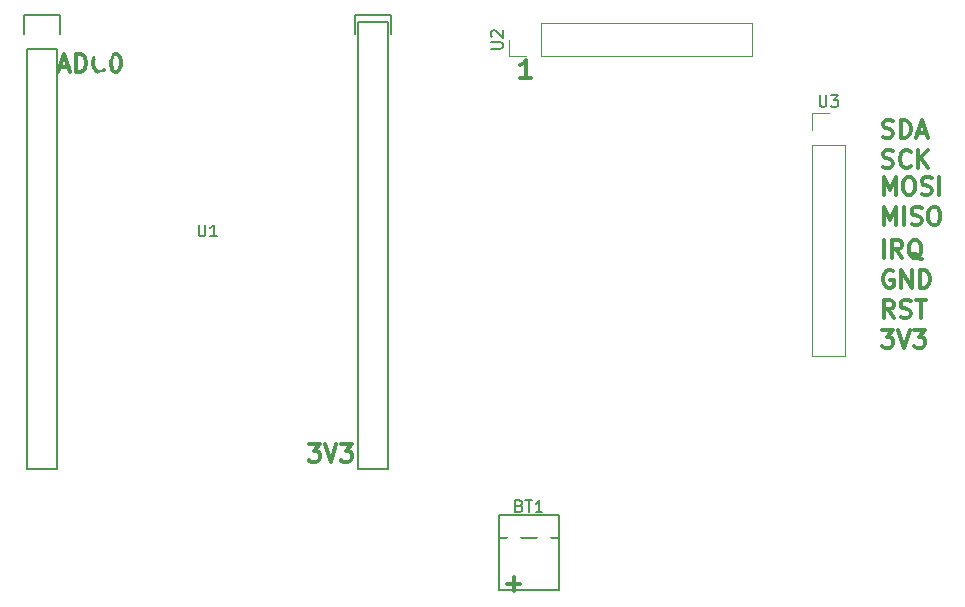
<source format=gto>
G04 #@! TF.FileFunction,Legend,Top*
%FSLAX46Y46*%
G04 Gerber Fmt 4.6, Leading zero omitted, Abs format (unit mm)*
G04 Created by KiCad (PCBNEW 4.0.4+e1-6308~48~ubuntu16.04.1-stable) date Mon Jan  2 11:44:22 2017*
%MOMM*%
%LPD*%
G01*
G04 APERTURE LIST*
%ADD10C,0.100000*%
%ADD11C,0.300000*%
%ADD12C,0.150000*%
%ADD13C,0.120000*%
%ADD14O,2.032000X1.727200*%
%ADD15R,2.032000X1.727200*%
%ADD16O,1.506220X3.014980*%
%ADD17R,1.700000X1.700000*%
%ADD18O,1.700000X1.700000*%
G04 APERTURE END LIST*
D10*
D11*
X147002572Y-89007143D02*
X148145429Y-89007143D01*
X147574000Y-89578571D02*
X147574000Y-88435714D01*
X149018572Y-46144571D02*
X148161429Y-46144571D01*
X148590001Y-46144571D02*
X148590001Y-44644571D01*
X148447144Y-44858857D01*
X148304286Y-45001714D01*
X148161429Y-45073143D01*
X130222858Y-77156571D02*
X131151429Y-77156571D01*
X130651429Y-77728000D01*
X130865715Y-77728000D01*
X131008572Y-77799429D01*
X131080001Y-77870857D01*
X131151429Y-78013714D01*
X131151429Y-78370857D01*
X131080001Y-78513714D01*
X131008572Y-78585143D01*
X130865715Y-78656571D01*
X130437143Y-78656571D01*
X130294286Y-78585143D01*
X130222858Y-78513714D01*
X131580000Y-77156571D02*
X132080000Y-78656571D01*
X132580000Y-77156571D01*
X132937143Y-77156571D02*
X133865714Y-77156571D01*
X133365714Y-77728000D01*
X133580000Y-77728000D01*
X133722857Y-77799429D01*
X133794286Y-77870857D01*
X133865714Y-78013714D01*
X133865714Y-78370857D01*
X133794286Y-78513714D01*
X133722857Y-78585143D01*
X133580000Y-78656571D01*
X133151428Y-78656571D01*
X133008571Y-78585143D01*
X132937143Y-78513714D01*
X109188572Y-45208000D02*
X109902858Y-45208000D01*
X109045715Y-45636571D02*
X109545715Y-44136571D01*
X110045715Y-45636571D01*
X110545715Y-45636571D02*
X110545715Y-44136571D01*
X110902858Y-44136571D01*
X111117143Y-44208000D01*
X111260001Y-44350857D01*
X111331429Y-44493714D01*
X111402858Y-44779429D01*
X111402858Y-44993714D01*
X111331429Y-45279429D01*
X111260001Y-45422286D01*
X111117143Y-45565143D01*
X110902858Y-45636571D01*
X110545715Y-45636571D01*
X112902858Y-45493714D02*
X112831429Y-45565143D01*
X112617143Y-45636571D01*
X112474286Y-45636571D01*
X112260001Y-45565143D01*
X112117143Y-45422286D01*
X112045715Y-45279429D01*
X111974286Y-44993714D01*
X111974286Y-44779429D01*
X112045715Y-44493714D01*
X112117143Y-44350857D01*
X112260001Y-44208000D01*
X112474286Y-44136571D01*
X112617143Y-44136571D01*
X112831429Y-44208000D01*
X112902858Y-44279429D01*
X113831429Y-44136571D02*
X113974286Y-44136571D01*
X114117143Y-44208000D01*
X114188572Y-44279429D01*
X114260001Y-44422286D01*
X114331429Y-44708000D01*
X114331429Y-45065143D01*
X114260001Y-45350857D01*
X114188572Y-45493714D01*
X114117143Y-45565143D01*
X113974286Y-45636571D01*
X113831429Y-45636571D01*
X113688572Y-45565143D01*
X113617143Y-45493714D01*
X113545715Y-45350857D01*
X113474286Y-45065143D01*
X113474286Y-44708000D01*
X113545715Y-44422286D01*
X113617143Y-44279429D01*
X113688572Y-44208000D01*
X113831429Y-44136571D01*
X178776286Y-67504571D02*
X179704857Y-67504571D01*
X179204857Y-68076000D01*
X179419143Y-68076000D01*
X179562000Y-68147429D01*
X179633429Y-68218857D01*
X179704857Y-68361714D01*
X179704857Y-68718857D01*
X179633429Y-68861714D01*
X179562000Y-68933143D01*
X179419143Y-69004571D01*
X178990571Y-69004571D01*
X178847714Y-68933143D01*
X178776286Y-68861714D01*
X180133428Y-67504571D02*
X180633428Y-69004571D01*
X181133428Y-67504571D01*
X181490571Y-67504571D02*
X182419142Y-67504571D01*
X181919142Y-68076000D01*
X182133428Y-68076000D01*
X182276285Y-68147429D01*
X182347714Y-68218857D01*
X182419142Y-68361714D01*
X182419142Y-68718857D01*
X182347714Y-68861714D01*
X182276285Y-68933143D01*
X182133428Y-69004571D01*
X181704856Y-69004571D01*
X181561999Y-68933143D01*
X181490571Y-68861714D01*
X179776286Y-66464571D02*
X179276286Y-65750286D01*
X178919143Y-66464571D02*
X178919143Y-64964571D01*
X179490571Y-64964571D01*
X179633429Y-65036000D01*
X179704857Y-65107429D01*
X179776286Y-65250286D01*
X179776286Y-65464571D01*
X179704857Y-65607429D01*
X179633429Y-65678857D01*
X179490571Y-65750286D01*
X178919143Y-65750286D01*
X180347714Y-66393143D02*
X180562000Y-66464571D01*
X180919143Y-66464571D01*
X181062000Y-66393143D01*
X181133429Y-66321714D01*
X181204857Y-66178857D01*
X181204857Y-66036000D01*
X181133429Y-65893143D01*
X181062000Y-65821714D01*
X180919143Y-65750286D01*
X180633429Y-65678857D01*
X180490571Y-65607429D01*
X180419143Y-65536000D01*
X180347714Y-65393143D01*
X180347714Y-65250286D01*
X180419143Y-65107429D01*
X180490571Y-65036000D01*
X180633429Y-64964571D01*
X180990571Y-64964571D01*
X181204857Y-65036000D01*
X181633428Y-64964571D02*
X182490571Y-64964571D01*
X182062000Y-66464571D02*
X182062000Y-64964571D01*
X179704857Y-62496000D02*
X179562000Y-62424571D01*
X179347714Y-62424571D01*
X179133429Y-62496000D01*
X178990571Y-62638857D01*
X178919143Y-62781714D01*
X178847714Y-63067429D01*
X178847714Y-63281714D01*
X178919143Y-63567429D01*
X178990571Y-63710286D01*
X179133429Y-63853143D01*
X179347714Y-63924571D01*
X179490571Y-63924571D01*
X179704857Y-63853143D01*
X179776286Y-63781714D01*
X179776286Y-63281714D01*
X179490571Y-63281714D01*
X180419143Y-63924571D02*
X180419143Y-62424571D01*
X181276286Y-63924571D01*
X181276286Y-62424571D01*
X181990572Y-63924571D02*
X181990572Y-62424571D01*
X182347715Y-62424571D01*
X182562000Y-62496000D01*
X182704858Y-62638857D01*
X182776286Y-62781714D01*
X182847715Y-63067429D01*
X182847715Y-63281714D01*
X182776286Y-63567429D01*
X182704858Y-63710286D01*
X182562000Y-63853143D01*
X182347715Y-63924571D01*
X181990572Y-63924571D01*
X178919143Y-61384571D02*
X178919143Y-59884571D01*
X180490572Y-61384571D02*
X179990572Y-60670286D01*
X179633429Y-61384571D02*
X179633429Y-59884571D01*
X180204857Y-59884571D01*
X180347715Y-59956000D01*
X180419143Y-60027429D01*
X180490572Y-60170286D01*
X180490572Y-60384571D01*
X180419143Y-60527429D01*
X180347715Y-60598857D01*
X180204857Y-60670286D01*
X179633429Y-60670286D01*
X182133429Y-61527429D02*
X181990572Y-61456000D01*
X181847715Y-61313143D01*
X181633429Y-61098857D01*
X181490572Y-61027429D01*
X181347715Y-61027429D01*
X181419143Y-61384571D02*
X181276286Y-61313143D01*
X181133429Y-61170286D01*
X181062000Y-60884571D01*
X181062000Y-60384571D01*
X181133429Y-60098857D01*
X181276286Y-59956000D01*
X181419143Y-59884571D01*
X181704857Y-59884571D01*
X181847715Y-59956000D01*
X181990572Y-60098857D01*
X182062000Y-60384571D01*
X182062000Y-60884571D01*
X181990572Y-61170286D01*
X181847715Y-61313143D01*
X181704857Y-61384571D01*
X181419143Y-61384571D01*
X178919143Y-58590571D02*
X178919143Y-57090571D01*
X179419143Y-58162000D01*
X179919143Y-57090571D01*
X179919143Y-58590571D01*
X180633429Y-58590571D02*
X180633429Y-57090571D01*
X181276286Y-58519143D02*
X181490572Y-58590571D01*
X181847715Y-58590571D01*
X181990572Y-58519143D01*
X182062001Y-58447714D01*
X182133429Y-58304857D01*
X182133429Y-58162000D01*
X182062001Y-58019143D01*
X181990572Y-57947714D01*
X181847715Y-57876286D01*
X181562001Y-57804857D01*
X181419143Y-57733429D01*
X181347715Y-57662000D01*
X181276286Y-57519143D01*
X181276286Y-57376286D01*
X181347715Y-57233429D01*
X181419143Y-57162000D01*
X181562001Y-57090571D01*
X181919143Y-57090571D01*
X182133429Y-57162000D01*
X183062000Y-57090571D02*
X183347714Y-57090571D01*
X183490572Y-57162000D01*
X183633429Y-57304857D01*
X183704857Y-57590571D01*
X183704857Y-58090571D01*
X183633429Y-58376286D01*
X183490572Y-58519143D01*
X183347714Y-58590571D01*
X183062000Y-58590571D01*
X182919143Y-58519143D01*
X182776286Y-58376286D01*
X182704857Y-58090571D01*
X182704857Y-57590571D01*
X182776286Y-57304857D01*
X182919143Y-57162000D01*
X183062000Y-57090571D01*
X178919143Y-56050571D02*
X178919143Y-54550571D01*
X179419143Y-55622000D01*
X179919143Y-54550571D01*
X179919143Y-56050571D01*
X180919143Y-54550571D02*
X181204857Y-54550571D01*
X181347715Y-54622000D01*
X181490572Y-54764857D01*
X181562000Y-55050571D01*
X181562000Y-55550571D01*
X181490572Y-55836286D01*
X181347715Y-55979143D01*
X181204857Y-56050571D01*
X180919143Y-56050571D01*
X180776286Y-55979143D01*
X180633429Y-55836286D01*
X180562000Y-55550571D01*
X180562000Y-55050571D01*
X180633429Y-54764857D01*
X180776286Y-54622000D01*
X180919143Y-54550571D01*
X182133429Y-55979143D02*
X182347715Y-56050571D01*
X182704858Y-56050571D01*
X182847715Y-55979143D01*
X182919144Y-55907714D01*
X182990572Y-55764857D01*
X182990572Y-55622000D01*
X182919144Y-55479143D01*
X182847715Y-55407714D01*
X182704858Y-55336286D01*
X182419144Y-55264857D01*
X182276286Y-55193429D01*
X182204858Y-55122000D01*
X182133429Y-54979143D01*
X182133429Y-54836286D01*
X182204858Y-54693429D01*
X182276286Y-54622000D01*
X182419144Y-54550571D01*
X182776286Y-54550571D01*
X182990572Y-54622000D01*
X183633429Y-56050571D02*
X183633429Y-54550571D01*
X178847714Y-53693143D02*
X179062000Y-53764571D01*
X179419143Y-53764571D01*
X179562000Y-53693143D01*
X179633429Y-53621714D01*
X179704857Y-53478857D01*
X179704857Y-53336000D01*
X179633429Y-53193143D01*
X179562000Y-53121714D01*
X179419143Y-53050286D01*
X179133429Y-52978857D01*
X178990571Y-52907429D01*
X178919143Y-52836000D01*
X178847714Y-52693143D01*
X178847714Y-52550286D01*
X178919143Y-52407429D01*
X178990571Y-52336000D01*
X179133429Y-52264571D01*
X179490571Y-52264571D01*
X179704857Y-52336000D01*
X181204857Y-53621714D02*
X181133428Y-53693143D01*
X180919142Y-53764571D01*
X180776285Y-53764571D01*
X180562000Y-53693143D01*
X180419142Y-53550286D01*
X180347714Y-53407429D01*
X180276285Y-53121714D01*
X180276285Y-52907429D01*
X180347714Y-52621714D01*
X180419142Y-52478857D01*
X180562000Y-52336000D01*
X180776285Y-52264571D01*
X180919142Y-52264571D01*
X181133428Y-52336000D01*
X181204857Y-52407429D01*
X181847714Y-53764571D02*
X181847714Y-52264571D01*
X182704857Y-53764571D02*
X182062000Y-52907429D01*
X182704857Y-52264571D02*
X181847714Y-53121714D01*
X178847714Y-51153143D02*
X179062000Y-51224571D01*
X179419143Y-51224571D01*
X179562000Y-51153143D01*
X179633429Y-51081714D01*
X179704857Y-50938857D01*
X179704857Y-50796000D01*
X179633429Y-50653143D01*
X179562000Y-50581714D01*
X179419143Y-50510286D01*
X179133429Y-50438857D01*
X178990571Y-50367429D01*
X178919143Y-50296000D01*
X178847714Y-50153143D01*
X178847714Y-50010286D01*
X178919143Y-49867429D01*
X178990571Y-49796000D01*
X179133429Y-49724571D01*
X179490571Y-49724571D01*
X179704857Y-49796000D01*
X180347714Y-51224571D02*
X180347714Y-49724571D01*
X180704857Y-49724571D01*
X180919142Y-49796000D01*
X181062000Y-49938857D01*
X181133428Y-50081714D01*
X181204857Y-50367429D01*
X181204857Y-50581714D01*
X181133428Y-50867429D01*
X181062000Y-51010286D01*
X180919142Y-51153143D01*
X180704857Y-51224571D01*
X180347714Y-51224571D01*
X181776285Y-50796000D02*
X182490571Y-50796000D01*
X181633428Y-51224571D02*
X182133428Y-49724571D01*
X182633428Y-51224571D01*
D12*
X134366000Y-41402000D02*
X134366000Y-43688000D01*
X136906000Y-41402000D02*
X136906000Y-43942000D01*
X134116000Y-40868000D02*
X137216000Y-40868000D01*
X134116000Y-42418000D02*
X134116000Y-40868000D01*
X136936000Y-41402000D02*
X134396000Y-41402000D01*
X137216000Y-40868000D02*
X137216000Y-42418000D01*
X136936000Y-79248000D02*
X136936000Y-43688000D01*
X134396000Y-79248000D02*
X136936000Y-79248000D01*
X134396000Y-43688000D02*
X134396000Y-79248000D01*
X106396000Y-43688000D02*
X106396000Y-79248000D01*
X106396000Y-79248000D02*
X108936000Y-79248000D01*
X108936000Y-79248000D02*
X108936000Y-43688000D01*
X109216000Y-40868000D02*
X109216000Y-42418000D01*
X108936000Y-43688000D02*
X106396000Y-43688000D01*
X106116000Y-42418000D02*
X106116000Y-40868000D01*
X106116000Y-40868000D02*
X109216000Y-40868000D01*
X151384000Y-85090000D02*
X146304000Y-85090000D01*
X151384000Y-89535000D02*
X146304000Y-89535000D01*
X146304000Y-83185000D02*
X151384000Y-83185000D01*
X146304000Y-83185000D02*
X146304000Y-89535000D01*
X151384000Y-83185000D02*
X151384000Y-89535000D01*
D13*
X149860000Y-44316000D02*
X167760000Y-44316000D01*
X167760000Y-44316000D02*
X167760000Y-41536000D01*
X167760000Y-41536000D02*
X149860000Y-41536000D01*
X149860000Y-41536000D02*
X149860000Y-44316000D01*
X148590000Y-44316000D02*
X147200000Y-44316000D01*
X147200000Y-44316000D02*
X147200000Y-42926000D01*
X172854000Y-51816000D02*
X172854000Y-69716000D01*
X172854000Y-69716000D02*
X175634000Y-69716000D01*
X175634000Y-69716000D02*
X175634000Y-51816000D01*
X175634000Y-51816000D02*
X172854000Y-51816000D01*
X172854000Y-50546000D02*
X172854000Y-49156000D01*
X172854000Y-49156000D02*
X174244000Y-49156000D01*
D12*
X120904095Y-58570381D02*
X120904095Y-59379905D01*
X120951714Y-59475143D01*
X120999333Y-59522762D01*
X121094571Y-59570381D01*
X121285048Y-59570381D01*
X121380286Y-59522762D01*
X121427905Y-59475143D01*
X121475524Y-59379905D01*
X121475524Y-58570381D01*
X122475524Y-59570381D02*
X121904095Y-59570381D01*
X122189809Y-59570381D02*
X122189809Y-58570381D01*
X122094571Y-58713238D01*
X121999333Y-58808476D01*
X121904095Y-58856095D01*
X148058286Y-82388571D02*
X148201143Y-82436190D01*
X148248762Y-82483810D01*
X148296381Y-82579048D01*
X148296381Y-82721905D01*
X148248762Y-82817143D01*
X148201143Y-82864762D01*
X148105905Y-82912381D01*
X147724952Y-82912381D01*
X147724952Y-81912381D01*
X148058286Y-81912381D01*
X148153524Y-81960000D01*
X148201143Y-82007619D01*
X148248762Y-82102857D01*
X148248762Y-82198095D01*
X148201143Y-82293333D01*
X148153524Y-82340952D01*
X148058286Y-82388571D01*
X147724952Y-82388571D01*
X148582095Y-81912381D02*
X149153524Y-81912381D01*
X148867809Y-82912381D02*
X148867809Y-81912381D01*
X150010667Y-82912381D02*
X149439238Y-82912381D01*
X149724952Y-82912381D02*
X149724952Y-81912381D01*
X149629714Y-82055238D01*
X149534476Y-82150476D01*
X149439238Y-82198095D01*
X145652381Y-43687905D02*
X146461905Y-43687905D01*
X146557143Y-43640286D01*
X146604762Y-43592667D01*
X146652381Y-43497429D01*
X146652381Y-43306952D01*
X146604762Y-43211714D01*
X146557143Y-43164095D01*
X146461905Y-43116476D01*
X145652381Y-43116476D01*
X145747619Y-42687905D02*
X145700000Y-42640286D01*
X145652381Y-42545048D01*
X145652381Y-42306952D01*
X145700000Y-42211714D01*
X145747619Y-42164095D01*
X145842857Y-42116476D01*
X145938095Y-42116476D01*
X146080952Y-42164095D01*
X146652381Y-42735524D01*
X146652381Y-42116476D01*
X173482095Y-47608381D02*
X173482095Y-48417905D01*
X173529714Y-48513143D01*
X173577333Y-48560762D01*
X173672571Y-48608381D01*
X173863048Y-48608381D01*
X173958286Y-48560762D01*
X174005905Y-48513143D01*
X174053524Y-48417905D01*
X174053524Y-47608381D01*
X174434476Y-47608381D02*
X175053524Y-47608381D01*
X174720190Y-47989333D01*
X174863048Y-47989333D01*
X174958286Y-48036952D01*
X175005905Y-48084571D01*
X175053524Y-48179810D01*
X175053524Y-48417905D01*
X175005905Y-48513143D01*
X174958286Y-48560762D01*
X174863048Y-48608381D01*
X174577333Y-48608381D01*
X174482095Y-48560762D01*
X174434476Y-48513143D01*
%LPC*%
D14*
X135666000Y-77978000D03*
X135666000Y-75438000D03*
X135666000Y-72898000D03*
X135666000Y-70358000D03*
X135666000Y-67818000D03*
X135666000Y-65278000D03*
X135666000Y-62738000D03*
X135666000Y-60198000D03*
X135666000Y-57658000D03*
X135666000Y-55118000D03*
X135666000Y-52578000D03*
X135666000Y-50038000D03*
X135666000Y-47498000D03*
X135666000Y-44958000D03*
X135666000Y-42418000D03*
D15*
X107666000Y-42418000D03*
D14*
X107666000Y-44958000D03*
X107666000Y-47498000D03*
X107666000Y-50038000D03*
X107666000Y-52578000D03*
X107666000Y-55118000D03*
X107666000Y-57658000D03*
X107666000Y-60198000D03*
X107666000Y-62738000D03*
X107666000Y-65278000D03*
X107666000Y-67818000D03*
X107666000Y-70358000D03*
X107666000Y-72898000D03*
X107666000Y-75438000D03*
X107666000Y-77978000D03*
D16*
X147574000Y-86360000D03*
X150114000Y-86360000D03*
D17*
X148590000Y-42926000D03*
D18*
X151130000Y-42926000D03*
X153670000Y-42926000D03*
X156210000Y-42926000D03*
X158750000Y-42926000D03*
X161290000Y-42926000D03*
X163830000Y-42926000D03*
X166370000Y-42926000D03*
D17*
X174244000Y-50546000D03*
D18*
X174244000Y-53086000D03*
X174244000Y-55626000D03*
X174244000Y-58166000D03*
X174244000Y-60706000D03*
X174244000Y-63246000D03*
X174244000Y-65786000D03*
X174244000Y-68326000D03*
D17*
X112776000Y-41402000D03*
D18*
X112776000Y-43942000D03*
X112776000Y-46482000D03*
X112776000Y-49022000D03*
X112776000Y-51562000D03*
X112776000Y-54102000D03*
X112776000Y-56642000D03*
X112776000Y-59182000D03*
X112776000Y-61722000D03*
X112776000Y-64262000D03*
X112776000Y-66802000D03*
X112776000Y-69342000D03*
X112776000Y-71882000D03*
X112776000Y-74422000D03*
X112776000Y-76962000D03*
D17*
X116078000Y-76962000D03*
D18*
X116078000Y-74422000D03*
X116078000Y-71882000D03*
X116078000Y-69342000D03*
X116078000Y-66802000D03*
X116078000Y-64262000D03*
X116078000Y-61722000D03*
X116078000Y-59182000D03*
X116078000Y-56642000D03*
X116078000Y-54102000D03*
X116078000Y-51562000D03*
X116078000Y-49022000D03*
X116078000Y-46482000D03*
X116078000Y-43942000D03*
X116078000Y-41402000D03*
M02*

</source>
